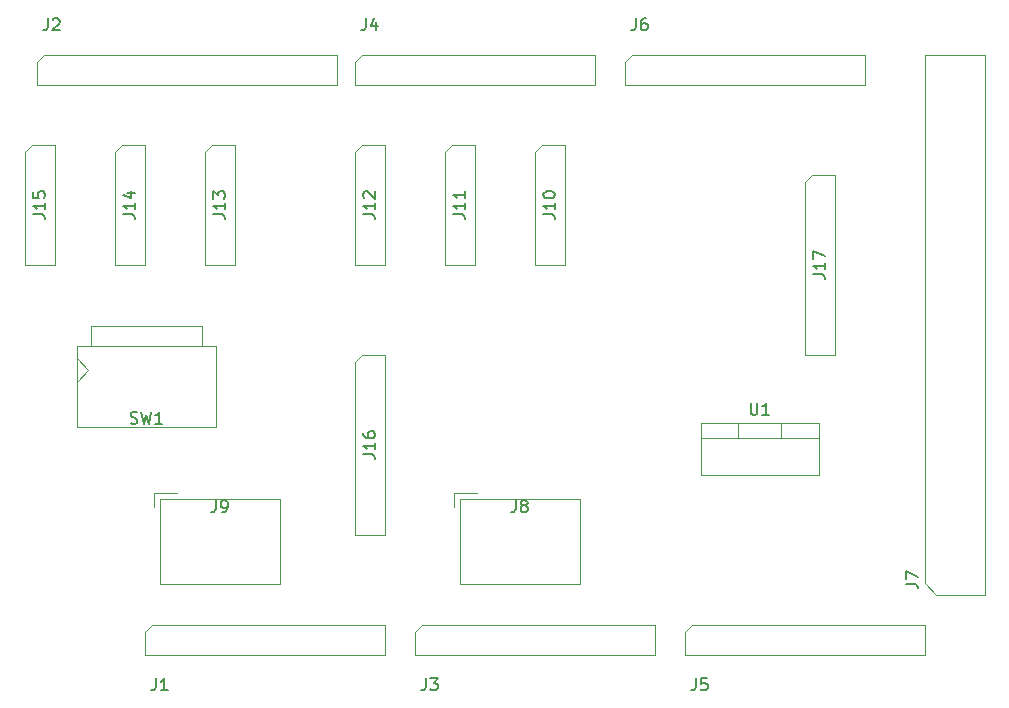
<source format=gbr>
G04 #@! TF.GenerationSoftware,KiCad,Pcbnew,7.0.7*
G04 #@! TF.CreationDate,2023-11-29T17:44:09-05:00*
G04 #@! TF.ProjectId,PCB V1 ATV,50434220-5631-4204-9154-562e6b696361,rev?*
G04 #@! TF.SameCoordinates,Original*
G04 #@! TF.FileFunction,AssemblyDrawing,Top*
%FSLAX46Y46*%
G04 Gerber Fmt 4.6, Leading zero omitted, Abs format (unit mm)*
G04 Created by KiCad (PCBNEW 7.0.7) date 2023-11-29 17:44:09*
%MOMM*%
%LPD*%
G01*
G04 APERTURE LIST*
%ADD10C,0.150000*%
%ADD11C,0.100000*%
G04 APERTURE END LIST*
D10*
X191148819Y-92713333D02*
X191863104Y-92713333D01*
X191863104Y-92713333D02*
X192005961Y-92760952D01*
X192005961Y-92760952D02*
X192101200Y-92856190D01*
X192101200Y-92856190D02*
X192148819Y-92999047D01*
X192148819Y-92999047D02*
X192148819Y-93094285D01*
X191148819Y-92332380D02*
X191148819Y-91665714D01*
X191148819Y-91665714D02*
X192148819Y-92094285D01*
X127606666Y-100724819D02*
X127606666Y-101439104D01*
X127606666Y-101439104D02*
X127559047Y-101581961D01*
X127559047Y-101581961D02*
X127463809Y-101677200D01*
X127463809Y-101677200D02*
X127320952Y-101724819D01*
X127320952Y-101724819D02*
X127225714Y-101724819D01*
X128606666Y-101724819D02*
X128035238Y-101724819D01*
X128320952Y-101724819D02*
X128320952Y-100724819D01*
X128320952Y-100724819D02*
X128225714Y-100867676D01*
X128225714Y-100867676D02*
X128130476Y-100962914D01*
X128130476Y-100962914D02*
X128035238Y-101010533D01*
X150466666Y-100724819D02*
X150466666Y-101439104D01*
X150466666Y-101439104D02*
X150419047Y-101581961D01*
X150419047Y-101581961D02*
X150323809Y-101677200D01*
X150323809Y-101677200D02*
X150180952Y-101724819D01*
X150180952Y-101724819D02*
X150085714Y-101724819D01*
X150847619Y-100724819D02*
X151466666Y-100724819D01*
X151466666Y-100724819D02*
X151133333Y-101105771D01*
X151133333Y-101105771D02*
X151276190Y-101105771D01*
X151276190Y-101105771D02*
X151371428Y-101153390D01*
X151371428Y-101153390D02*
X151419047Y-101201009D01*
X151419047Y-101201009D02*
X151466666Y-101296247D01*
X151466666Y-101296247D02*
X151466666Y-101534342D01*
X151466666Y-101534342D02*
X151419047Y-101629580D01*
X151419047Y-101629580D02*
X151371428Y-101677200D01*
X151371428Y-101677200D02*
X151276190Y-101724819D01*
X151276190Y-101724819D02*
X150990476Y-101724819D01*
X150990476Y-101724819D02*
X150895238Y-101677200D01*
X150895238Y-101677200D02*
X150847619Y-101629580D01*
X173326666Y-100724819D02*
X173326666Y-101439104D01*
X173326666Y-101439104D02*
X173279047Y-101581961D01*
X173279047Y-101581961D02*
X173183809Y-101677200D01*
X173183809Y-101677200D02*
X173040952Y-101724819D01*
X173040952Y-101724819D02*
X172945714Y-101724819D01*
X174279047Y-100724819D02*
X173802857Y-100724819D01*
X173802857Y-100724819D02*
X173755238Y-101201009D01*
X173755238Y-101201009D02*
X173802857Y-101153390D01*
X173802857Y-101153390D02*
X173898095Y-101105771D01*
X173898095Y-101105771D02*
X174136190Y-101105771D01*
X174136190Y-101105771D02*
X174231428Y-101153390D01*
X174231428Y-101153390D02*
X174279047Y-101201009D01*
X174279047Y-101201009D02*
X174326666Y-101296247D01*
X174326666Y-101296247D02*
X174326666Y-101534342D01*
X174326666Y-101534342D02*
X174279047Y-101629580D01*
X174279047Y-101629580D02*
X174231428Y-101677200D01*
X174231428Y-101677200D02*
X174136190Y-101724819D01*
X174136190Y-101724819D02*
X173898095Y-101724819D01*
X173898095Y-101724819D02*
X173802857Y-101677200D01*
X173802857Y-101677200D02*
X173755238Y-101629580D01*
X118462666Y-44844819D02*
X118462666Y-45559104D01*
X118462666Y-45559104D02*
X118415047Y-45701961D01*
X118415047Y-45701961D02*
X118319809Y-45797200D01*
X118319809Y-45797200D02*
X118176952Y-45844819D01*
X118176952Y-45844819D02*
X118081714Y-45844819D01*
X118891238Y-44940057D02*
X118938857Y-44892438D01*
X118938857Y-44892438D02*
X119034095Y-44844819D01*
X119034095Y-44844819D02*
X119272190Y-44844819D01*
X119272190Y-44844819D02*
X119367428Y-44892438D01*
X119367428Y-44892438D02*
X119415047Y-44940057D01*
X119415047Y-44940057D02*
X119462666Y-45035295D01*
X119462666Y-45035295D02*
X119462666Y-45130533D01*
X119462666Y-45130533D02*
X119415047Y-45273390D01*
X119415047Y-45273390D02*
X118843619Y-45844819D01*
X118843619Y-45844819D02*
X119462666Y-45844819D01*
X145386666Y-44844819D02*
X145386666Y-45559104D01*
X145386666Y-45559104D02*
X145339047Y-45701961D01*
X145339047Y-45701961D02*
X145243809Y-45797200D01*
X145243809Y-45797200D02*
X145100952Y-45844819D01*
X145100952Y-45844819D02*
X145005714Y-45844819D01*
X146291428Y-45178152D02*
X146291428Y-45844819D01*
X146053333Y-44797200D02*
X145815238Y-45511485D01*
X145815238Y-45511485D02*
X146434285Y-45511485D01*
X168246666Y-44844819D02*
X168246666Y-45559104D01*
X168246666Y-45559104D02*
X168199047Y-45701961D01*
X168199047Y-45701961D02*
X168103809Y-45797200D01*
X168103809Y-45797200D02*
X167960952Y-45844819D01*
X167960952Y-45844819D02*
X167865714Y-45844819D01*
X169151428Y-44844819D02*
X168960952Y-44844819D01*
X168960952Y-44844819D02*
X168865714Y-44892438D01*
X168865714Y-44892438D02*
X168818095Y-44940057D01*
X168818095Y-44940057D02*
X168722857Y-45082914D01*
X168722857Y-45082914D02*
X168675238Y-45273390D01*
X168675238Y-45273390D02*
X168675238Y-45654342D01*
X168675238Y-45654342D02*
X168722857Y-45749580D01*
X168722857Y-45749580D02*
X168770476Y-45797200D01*
X168770476Y-45797200D02*
X168865714Y-45844819D01*
X168865714Y-45844819D02*
X169056190Y-45844819D01*
X169056190Y-45844819D02*
X169151428Y-45797200D01*
X169151428Y-45797200D02*
X169199047Y-45749580D01*
X169199047Y-45749580D02*
X169246666Y-45654342D01*
X169246666Y-45654342D02*
X169246666Y-45416247D01*
X169246666Y-45416247D02*
X169199047Y-45321009D01*
X169199047Y-45321009D02*
X169151428Y-45273390D01*
X169151428Y-45273390D02*
X169056190Y-45225771D01*
X169056190Y-45225771D02*
X168865714Y-45225771D01*
X168865714Y-45225771D02*
X168770476Y-45273390D01*
X168770476Y-45273390D02*
X168722857Y-45321009D01*
X168722857Y-45321009D02*
X168675238Y-45416247D01*
X158086666Y-85644819D02*
X158086666Y-86359104D01*
X158086666Y-86359104D02*
X158039047Y-86501961D01*
X158039047Y-86501961D02*
X157943809Y-86597200D01*
X157943809Y-86597200D02*
X157800952Y-86644819D01*
X157800952Y-86644819D02*
X157705714Y-86644819D01*
X158705714Y-86073390D02*
X158610476Y-86025771D01*
X158610476Y-86025771D02*
X158562857Y-85978152D01*
X158562857Y-85978152D02*
X158515238Y-85882914D01*
X158515238Y-85882914D02*
X158515238Y-85835295D01*
X158515238Y-85835295D02*
X158562857Y-85740057D01*
X158562857Y-85740057D02*
X158610476Y-85692438D01*
X158610476Y-85692438D02*
X158705714Y-85644819D01*
X158705714Y-85644819D02*
X158896190Y-85644819D01*
X158896190Y-85644819D02*
X158991428Y-85692438D01*
X158991428Y-85692438D02*
X159039047Y-85740057D01*
X159039047Y-85740057D02*
X159086666Y-85835295D01*
X159086666Y-85835295D02*
X159086666Y-85882914D01*
X159086666Y-85882914D02*
X159039047Y-85978152D01*
X159039047Y-85978152D02*
X158991428Y-86025771D01*
X158991428Y-86025771D02*
X158896190Y-86073390D01*
X158896190Y-86073390D02*
X158705714Y-86073390D01*
X158705714Y-86073390D02*
X158610476Y-86121009D01*
X158610476Y-86121009D02*
X158562857Y-86168628D01*
X158562857Y-86168628D02*
X158515238Y-86263866D01*
X158515238Y-86263866D02*
X158515238Y-86454342D01*
X158515238Y-86454342D02*
X158562857Y-86549580D01*
X158562857Y-86549580D02*
X158610476Y-86597200D01*
X158610476Y-86597200D02*
X158705714Y-86644819D01*
X158705714Y-86644819D02*
X158896190Y-86644819D01*
X158896190Y-86644819D02*
X158991428Y-86597200D01*
X158991428Y-86597200D02*
X159039047Y-86549580D01*
X159039047Y-86549580D02*
X159086666Y-86454342D01*
X159086666Y-86454342D02*
X159086666Y-86263866D01*
X159086666Y-86263866D02*
X159039047Y-86168628D01*
X159039047Y-86168628D02*
X158991428Y-86121009D01*
X158991428Y-86121009D02*
X158896190Y-86073390D01*
X132686666Y-85644819D02*
X132686666Y-86359104D01*
X132686666Y-86359104D02*
X132639047Y-86501961D01*
X132639047Y-86501961D02*
X132543809Y-86597200D01*
X132543809Y-86597200D02*
X132400952Y-86644819D01*
X132400952Y-86644819D02*
X132305714Y-86644819D01*
X133210476Y-86644819D02*
X133400952Y-86644819D01*
X133400952Y-86644819D02*
X133496190Y-86597200D01*
X133496190Y-86597200D02*
X133543809Y-86549580D01*
X133543809Y-86549580D02*
X133639047Y-86406723D01*
X133639047Y-86406723D02*
X133686666Y-86216247D01*
X133686666Y-86216247D02*
X133686666Y-85835295D01*
X133686666Y-85835295D02*
X133639047Y-85740057D01*
X133639047Y-85740057D02*
X133591428Y-85692438D01*
X133591428Y-85692438D02*
X133496190Y-85644819D01*
X133496190Y-85644819D02*
X133305714Y-85644819D01*
X133305714Y-85644819D02*
X133210476Y-85692438D01*
X133210476Y-85692438D02*
X133162857Y-85740057D01*
X133162857Y-85740057D02*
X133115238Y-85835295D01*
X133115238Y-85835295D02*
X133115238Y-86073390D01*
X133115238Y-86073390D02*
X133162857Y-86168628D01*
X133162857Y-86168628D02*
X133210476Y-86216247D01*
X133210476Y-86216247D02*
X133305714Y-86263866D01*
X133305714Y-86263866D02*
X133496190Y-86263866D01*
X133496190Y-86263866D02*
X133591428Y-86216247D01*
X133591428Y-86216247D02*
X133639047Y-86168628D01*
X133639047Y-86168628D02*
X133686666Y-86073390D01*
X183274819Y-66519523D02*
X183989104Y-66519523D01*
X183989104Y-66519523D02*
X184131961Y-66567142D01*
X184131961Y-66567142D02*
X184227200Y-66662380D01*
X184227200Y-66662380D02*
X184274819Y-66805237D01*
X184274819Y-66805237D02*
X184274819Y-66900475D01*
X184274819Y-65519523D02*
X184274819Y-66090951D01*
X184274819Y-65805237D02*
X183274819Y-65805237D01*
X183274819Y-65805237D02*
X183417676Y-65900475D01*
X183417676Y-65900475D02*
X183512914Y-65995713D01*
X183512914Y-65995713D02*
X183560533Y-66090951D01*
X183274819Y-65186189D02*
X183274819Y-64519523D01*
X183274819Y-64519523D02*
X184274819Y-64948094D01*
X117234819Y-61439523D02*
X117949104Y-61439523D01*
X117949104Y-61439523D02*
X118091961Y-61487142D01*
X118091961Y-61487142D02*
X118187200Y-61582380D01*
X118187200Y-61582380D02*
X118234819Y-61725237D01*
X118234819Y-61725237D02*
X118234819Y-61820475D01*
X118234819Y-60439523D02*
X118234819Y-61010951D01*
X118234819Y-60725237D02*
X117234819Y-60725237D01*
X117234819Y-60725237D02*
X117377676Y-60820475D01*
X117377676Y-60820475D02*
X117472914Y-60915713D01*
X117472914Y-60915713D02*
X117520533Y-61010951D01*
X117234819Y-59534761D02*
X117234819Y-60010951D01*
X117234819Y-60010951D02*
X117711009Y-60058570D01*
X117711009Y-60058570D02*
X117663390Y-60010951D01*
X117663390Y-60010951D02*
X117615771Y-59915713D01*
X117615771Y-59915713D02*
X117615771Y-59677618D01*
X117615771Y-59677618D02*
X117663390Y-59582380D01*
X117663390Y-59582380D02*
X117711009Y-59534761D01*
X117711009Y-59534761D02*
X117806247Y-59487142D01*
X117806247Y-59487142D02*
X118044342Y-59487142D01*
X118044342Y-59487142D02*
X118139580Y-59534761D01*
X118139580Y-59534761D02*
X118187200Y-59582380D01*
X118187200Y-59582380D02*
X118234819Y-59677618D01*
X118234819Y-59677618D02*
X118234819Y-59915713D01*
X118234819Y-59915713D02*
X118187200Y-60010951D01*
X118187200Y-60010951D02*
X118139580Y-60058570D01*
X145174819Y-81759523D02*
X145889104Y-81759523D01*
X145889104Y-81759523D02*
X146031961Y-81807142D01*
X146031961Y-81807142D02*
X146127200Y-81902380D01*
X146127200Y-81902380D02*
X146174819Y-82045237D01*
X146174819Y-82045237D02*
X146174819Y-82140475D01*
X146174819Y-80759523D02*
X146174819Y-81330951D01*
X146174819Y-81045237D02*
X145174819Y-81045237D01*
X145174819Y-81045237D02*
X145317676Y-81140475D01*
X145317676Y-81140475D02*
X145412914Y-81235713D01*
X145412914Y-81235713D02*
X145460533Y-81330951D01*
X145174819Y-79902380D02*
X145174819Y-80092856D01*
X145174819Y-80092856D02*
X145222438Y-80188094D01*
X145222438Y-80188094D02*
X145270057Y-80235713D01*
X145270057Y-80235713D02*
X145412914Y-80330951D01*
X145412914Y-80330951D02*
X145603390Y-80378570D01*
X145603390Y-80378570D02*
X145984342Y-80378570D01*
X145984342Y-80378570D02*
X146079580Y-80330951D01*
X146079580Y-80330951D02*
X146127200Y-80283332D01*
X146127200Y-80283332D02*
X146174819Y-80188094D01*
X146174819Y-80188094D02*
X146174819Y-79997618D01*
X146174819Y-79997618D02*
X146127200Y-79902380D01*
X146127200Y-79902380D02*
X146079580Y-79854761D01*
X146079580Y-79854761D02*
X145984342Y-79807142D01*
X145984342Y-79807142D02*
X145746247Y-79807142D01*
X145746247Y-79807142D02*
X145651009Y-79854761D01*
X145651009Y-79854761D02*
X145603390Y-79902380D01*
X145603390Y-79902380D02*
X145555771Y-79997618D01*
X145555771Y-79997618D02*
X145555771Y-80188094D01*
X145555771Y-80188094D02*
X145603390Y-80283332D01*
X145603390Y-80283332D02*
X145651009Y-80330951D01*
X145651009Y-80330951D02*
X145746247Y-80378570D01*
X132474819Y-61439523D02*
X133189104Y-61439523D01*
X133189104Y-61439523D02*
X133331961Y-61487142D01*
X133331961Y-61487142D02*
X133427200Y-61582380D01*
X133427200Y-61582380D02*
X133474819Y-61725237D01*
X133474819Y-61725237D02*
X133474819Y-61820475D01*
X133474819Y-60439523D02*
X133474819Y-61010951D01*
X133474819Y-60725237D02*
X132474819Y-60725237D01*
X132474819Y-60725237D02*
X132617676Y-60820475D01*
X132617676Y-60820475D02*
X132712914Y-60915713D01*
X132712914Y-60915713D02*
X132760533Y-61010951D01*
X132474819Y-60106189D02*
X132474819Y-59487142D01*
X132474819Y-59487142D02*
X132855771Y-59820475D01*
X132855771Y-59820475D02*
X132855771Y-59677618D01*
X132855771Y-59677618D02*
X132903390Y-59582380D01*
X132903390Y-59582380D02*
X132951009Y-59534761D01*
X132951009Y-59534761D02*
X133046247Y-59487142D01*
X133046247Y-59487142D02*
X133284342Y-59487142D01*
X133284342Y-59487142D02*
X133379580Y-59534761D01*
X133379580Y-59534761D02*
X133427200Y-59582380D01*
X133427200Y-59582380D02*
X133474819Y-59677618D01*
X133474819Y-59677618D02*
X133474819Y-59963332D01*
X133474819Y-59963332D02*
X133427200Y-60058570D01*
X133427200Y-60058570D02*
X133379580Y-60106189D01*
X124854819Y-61439523D02*
X125569104Y-61439523D01*
X125569104Y-61439523D02*
X125711961Y-61487142D01*
X125711961Y-61487142D02*
X125807200Y-61582380D01*
X125807200Y-61582380D02*
X125854819Y-61725237D01*
X125854819Y-61725237D02*
X125854819Y-61820475D01*
X125854819Y-60439523D02*
X125854819Y-61010951D01*
X125854819Y-60725237D02*
X124854819Y-60725237D01*
X124854819Y-60725237D02*
X124997676Y-60820475D01*
X124997676Y-60820475D02*
X125092914Y-60915713D01*
X125092914Y-60915713D02*
X125140533Y-61010951D01*
X125188152Y-59582380D02*
X125854819Y-59582380D01*
X124807200Y-59820475D02*
X125521485Y-60058570D01*
X125521485Y-60058570D02*
X125521485Y-59439523D01*
X160414819Y-61439523D02*
X161129104Y-61439523D01*
X161129104Y-61439523D02*
X161271961Y-61487142D01*
X161271961Y-61487142D02*
X161367200Y-61582380D01*
X161367200Y-61582380D02*
X161414819Y-61725237D01*
X161414819Y-61725237D02*
X161414819Y-61820475D01*
X161414819Y-60439523D02*
X161414819Y-61010951D01*
X161414819Y-60725237D02*
X160414819Y-60725237D01*
X160414819Y-60725237D02*
X160557676Y-60820475D01*
X160557676Y-60820475D02*
X160652914Y-60915713D01*
X160652914Y-60915713D02*
X160700533Y-61010951D01*
X160414819Y-59820475D02*
X160414819Y-59725237D01*
X160414819Y-59725237D02*
X160462438Y-59629999D01*
X160462438Y-59629999D02*
X160510057Y-59582380D01*
X160510057Y-59582380D02*
X160605295Y-59534761D01*
X160605295Y-59534761D02*
X160795771Y-59487142D01*
X160795771Y-59487142D02*
X161033866Y-59487142D01*
X161033866Y-59487142D02*
X161224342Y-59534761D01*
X161224342Y-59534761D02*
X161319580Y-59582380D01*
X161319580Y-59582380D02*
X161367200Y-59629999D01*
X161367200Y-59629999D02*
X161414819Y-59725237D01*
X161414819Y-59725237D02*
X161414819Y-59820475D01*
X161414819Y-59820475D02*
X161367200Y-59915713D01*
X161367200Y-59915713D02*
X161319580Y-59963332D01*
X161319580Y-59963332D02*
X161224342Y-60010951D01*
X161224342Y-60010951D02*
X161033866Y-60058570D01*
X161033866Y-60058570D02*
X160795771Y-60058570D01*
X160795771Y-60058570D02*
X160605295Y-60010951D01*
X160605295Y-60010951D02*
X160510057Y-59963332D01*
X160510057Y-59963332D02*
X160462438Y-59915713D01*
X160462438Y-59915713D02*
X160414819Y-59820475D01*
X152794819Y-61439523D02*
X153509104Y-61439523D01*
X153509104Y-61439523D02*
X153651961Y-61487142D01*
X153651961Y-61487142D02*
X153747200Y-61582380D01*
X153747200Y-61582380D02*
X153794819Y-61725237D01*
X153794819Y-61725237D02*
X153794819Y-61820475D01*
X153794819Y-60439523D02*
X153794819Y-61010951D01*
X153794819Y-60725237D02*
X152794819Y-60725237D01*
X152794819Y-60725237D02*
X152937676Y-60820475D01*
X152937676Y-60820475D02*
X153032914Y-60915713D01*
X153032914Y-60915713D02*
X153080533Y-61010951D01*
X153794819Y-59487142D02*
X153794819Y-60058570D01*
X153794819Y-59772856D02*
X152794819Y-59772856D01*
X152794819Y-59772856D02*
X152937676Y-59868094D01*
X152937676Y-59868094D02*
X153032914Y-59963332D01*
X153032914Y-59963332D02*
X153080533Y-60058570D01*
X177978095Y-77404819D02*
X177978095Y-78214342D01*
X177978095Y-78214342D02*
X178025714Y-78309580D01*
X178025714Y-78309580D02*
X178073333Y-78357200D01*
X178073333Y-78357200D02*
X178168571Y-78404819D01*
X178168571Y-78404819D02*
X178359047Y-78404819D01*
X178359047Y-78404819D02*
X178454285Y-78357200D01*
X178454285Y-78357200D02*
X178501904Y-78309580D01*
X178501904Y-78309580D02*
X178549523Y-78214342D01*
X178549523Y-78214342D02*
X178549523Y-77404819D01*
X179549523Y-78404819D02*
X178978095Y-78404819D01*
X179263809Y-78404819D02*
X179263809Y-77404819D01*
X179263809Y-77404819D02*
X179168571Y-77547676D01*
X179168571Y-77547676D02*
X179073333Y-77642914D01*
X179073333Y-77642914D02*
X178978095Y-77690533D01*
X125486667Y-79107200D02*
X125629524Y-79154819D01*
X125629524Y-79154819D02*
X125867619Y-79154819D01*
X125867619Y-79154819D02*
X125962857Y-79107200D01*
X125962857Y-79107200D02*
X126010476Y-79059580D01*
X126010476Y-79059580D02*
X126058095Y-78964342D01*
X126058095Y-78964342D02*
X126058095Y-78869104D01*
X126058095Y-78869104D02*
X126010476Y-78773866D01*
X126010476Y-78773866D02*
X125962857Y-78726247D01*
X125962857Y-78726247D02*
X125867619Y-78678628D01*
X125867619Y-78678628D02*
X125677143Y-78631009D01*
X125677143Y-78631009D02*
X125581905Y-78583390D01*
X125581905Y-78583390D02*
X125534286Y-78535771D01*
X125534286Y-78535771D02*
X125486667Y-78440533D01*
X125486667Y-78440533D02*
X125486667Y-78345295D01*
X125486667Y-78345295D02*
X125534286Y-78250057D01*
X125534286Y-78250057D02*
X125581905Y-78202438D01*
X125581905Y-78202438D02*
X125677143Y-78154819D01*
X125677143Y-78154819D02*
X125915238Y-78154819D01*
X125915238Y-78154819D02*
X126058095Y-78202438D01*
X126391429Y-78154819D02*
X126629524Y-79154819D01*
X126629524Y-79154819D02*
X126820000Y-78440533D01*
X126820000Y-78440533D02*
X127010476Y-79154819D01*
X127010476Y-79154819D02*
X127248572Y-78154819D01*
X128153333Y-79154819D02*
X127581905Y-79154819D01*
X127867619Y-79154819D02*
X127867619Y-78154819D01*
X127867619Y-78154819D02*
X127772381Y-78297676D01*
X127772381Y-78297676D02*
X127677143Y-78392914D01*
X127677143Y-78392914D02*
X127581905Y-78440533D01*
X145174819Y-61439523D02*
X145889104Y-61439523D01*
X145889104Y-61439523D02*
X146031961Y-61487142D01*
X146031961Y-61487142D02*
X146127200Y-61582380D01*
X146127200Y-61582380D02*
X146174819Y-61725237D01*
X146174819Y-61725237D02*
X146174819Y-61820475D01*
X146174819Y-60439523D02*
X146174819Y-61010951D01*
X146174819Y-60725237D02*
X145174819Y-60725237D01*
X145174819Y-60725237D02*
X145317676Y-60820475D01*
X145317676Y-60820475D02*
X145412914Y-60915713D01*
X145412914Y-60915713D02*
X145460533Y-61010951D01*
X145270057Y-60058570D02*
X145222438Y-60010951D01*
X145222438Y-60010951D02*
X145174819Y-59915713D01*
X145174819Y-59915713D02*
X145174819Y-59677618D01*
X145174819Y-59677618D02*
X145222438Y-59582380D01*
X145222438Y-59582380D02*
X145270057Y-59534761D01*
X145270057Y-59534761D02*
X145365295Y-59487142D01*
X145365295Y-59487142D02*
X145460533Y-59487142D01*
X145460533Y-59487142D02*
X145603390Y-59534761D01*
X145603390Y-59534761D02*
X146174819Y-60106189D01*
X146174819Y-60106189D02*
X146174819Y-59487142D01*
D11*
X197790000Y-93650000D02*
X193710000Y-93650000D01*
X197790000Y-47930000D02*
X197790000Y-93650000D01*
X193710000Y-93650000D02*
X192710000Y-92650000D01*
X192710000Y-92650000D02*
X192710000Y-47930000D01*
X192710000Y-47930000D02*
X197790000Y-47930000D01*
X126670000Y-98730000D02*
X126670000Y-96825000D01*
X146990000Y-98730000D02*
X126670000Y-98730000D01*
X126670000Y-96825000D02*
X127305000Y-96190000D01*
X127305000Y-96190000D02*
X146990000Y-96190000D01*
X146990000Y-96190000D02*
X146990000Y-98730000D01*
X149530000Y-98730000D02*
X149530000Y-96825000D01*
X169850000Y-98730000D02*
X149530000Y-98730000D01*
X149530000Y-96825000D02*
X150165000Y-96190000D01*
X150165000Y-96190000D02*
X169850000Y-96190000D01*
X169850000Y-96190000D02*
X169850000Y-98730000D01*
X172390000Y-98730000D02*
X172390000Y-96825000D01*
X192710000Y-98730000D02*
X172390000Y-98730000D01*
X172390000Y-96825000D02*
X173025000Y-96190000D01*
X173025000Y-96190000D02*
X192710000Y-96190000D01*
X192710000Y-96190000D02*
X192710000Y-98730000D01*
X117526000Y-50470000D02*
X117526000Y-48565000D01*
X142926000Y-50470000D02*
X117526000Y-50470000D01*
X117526000Y-48565000D02*
X118161000Y-47930000D01*
X118161000Y-47930000D02*
X142926000Y-47930000D01*
X142926000Y-47930000D02*
X142926000Y-50470000D01*
X144450000Y-50470000D02*
X144450000Y-48565000D01*
X164770000Y-50470000D02*
X144450000Y-50470000D01*
X144450000Y-48565000D02*
X145085000Y-47930000D01*
X145085000Y-47930000D02*
X164770000Y-47930000D01*
X164770000Y-47930000D02*
X164770000Y-50470000D01*
X167310000Y-50470000D02*
X167310000Y-48565000D01*
X187630000Y-50470000D02*
X167310000Y-50470000D01*
X167310000Y-48565000D02*
X167945000Y-47930000D01*
X167945000Y-47930000D02*
X187630000Y-47930000D01*
X187630000Y-47930000D02*
X187630000Y-50470000D01*
X152840000Y-84990000D02*
X154840000Y-84990000D01*
X152840000Y-86240000D02*
X152840000Y-84990000D01*
X153340000Y-85490000D02*
X153340000Y-92740000D01*
X153340000Y-92740000D02*
X163500000Y-92740000D01*
X163500000Y-85490000D02*
X153340000Y-85490000D01*
X163500000Y-92740000D02*
X163500000Y-85490000D01*
X127440000Y-84990000D02*
X129440000Y-84990000D01*
X127440000Y-86240000D02*
X127440000Y-84990000D01*
X127940000Y-85490000D02*
X127940000Y-92740000D01*
X127940000Y-92740000D02*
X138100000Y-92740000D01*
X138100000Y-85490000D02*
X127940000Y-85490000D01*
X138100000Y-92740000D02*
X138100000Y-85490000D01*
X182550000Y-58725000D02*
X183185000Y-58090000D01*
X182550000Y-73330000D02*
X182550000Y-58725000D01*
X183185000Y-58090000D02*
X185090000Y-58090000D01*
X185090000Y-58090000D02*
X185090000Y-73330000D01*
X185090000Y-73330000D02*
X182550000Y-73330000D01*
X116510000Y-56185000D02*
X117145000Y-55550000D01*
X116510000Y-65710000D02*
X116510000Y-56185000D01*
X117145000Y-55550000D02*
X119050000Y-55550000D01*
X119050000Y-55550000D02*
X119050000Y-65710000D01*
X119050000Y-65710000D02*
X116510000Y-65710000D01*
X144450000Y-73965000D02*
X145085000Y-73330000D01*
X144450000Y-88570000D02*
X144450000Y-73965000D01*
X145085000Y-73330000D02*
X146990000Y-73330000D01*
X146990000Y-73330000D02*
X146990000Y-88570000D01*
X146990000Y-88570000D02*
X144450000Y-88570000D01*
X131750000Y-56185000D02*
X132385000Y-55550000D01*
X131750000Y-65710000D02*
X131750000Y-56185000D01*
X132385000Y-55550000D02*
X134290000Y-55550000D01*
X134290000Y-55550000D02*
X134290000Y-65710000D01*
X134290000Y-65710000D02*
X131750000Y-65710000D01*
X124130000Y-56185000D02*
X124765000Y-55550000D01*
X124130000Y-65710000D02*
X124130000Y-56185000D01*
X124765000Y-55550000D02*
X126670000Y-55550000D01*
X126670000Y-55550000D02*
X126670000Y-65710000D01*
X126670000Y-65710000D02*
X124130000Y-65710000D01*
X159690000Y-56185000D02*
X160325000Y-55550000D01*
X159690000Y-65710000D02*
X159690000Y-56185000D01*
X160325000Y-55550000D02*
X162230000Y-55550000D01*
X162230000Y-55550000D02*
X162230000Y-65710000D01*
X162230000Y-65710000D02*
X159690000Y-65710000D01*
X152070000Y-56185000D02*
X152705000Y-55550000D01*
X152070000Y-65710000D02*
X152070000Y-56185000D01*
X152705000Y-55550000D02*
X154610000Y-55550000D01*
X154610000Y-55550000D02*
X154610000Y-65710000D01*
X154610000Y-65710000D02*
X152070000Y-65710000D01*
X173740000Y-79070000D02*
X173740000Y-83470000D01*
X173740000Y-80340000D02*
X183740000Y-80340000D01*
X173740000Y-83470000D02*
X183740000Y-83470000D01*
X176890000Y-79070000D02*
X176890000Y-80340000D01*
X180590000Y-79070000D02*
X180590000Y-80340000D01*
X183740000Y-79070000D02*
X173740000Y-79070000D01*
X183740000Y-83470000D02*
X183740000Y-79070000D01*
X120910000Y-72600000D02*
X120910000Y-79400000D01*
X120910000Y-73600000D02*
X121910000Y-74600000D01*
X120910000Y-75600000D02*
X121910000Y-74600000D01*
X120910000Y-79400000D02*
X132730000Y-79400000D01*
X122110000Y-70900000D02*
X131530000Y-70900000D01*
X122110000Y-72600000D02*
X122110000Y-70900000D01*
X131530000Y-70900000D02*
X131530000Y-72600000D01*
X132730000Y-72600000D02*
X120910000Y-72600000D01*
X132730000Y-79400000D02*
X132730000Y-72600000D01*
X144450000Y-56185000D02*
X145085000Y-55550000D01*
X144450000Y-65710000D02*
X144450000Y-56185000D01*
X145085000Y-55550000D02*
X146990000Y-55550000D01*
X146990000Y-55550000D02*
X146990000Y-65710000D01*
X146990000Y-65710000D02*
X144450000Y-65710000D01*
M02*

</source>
